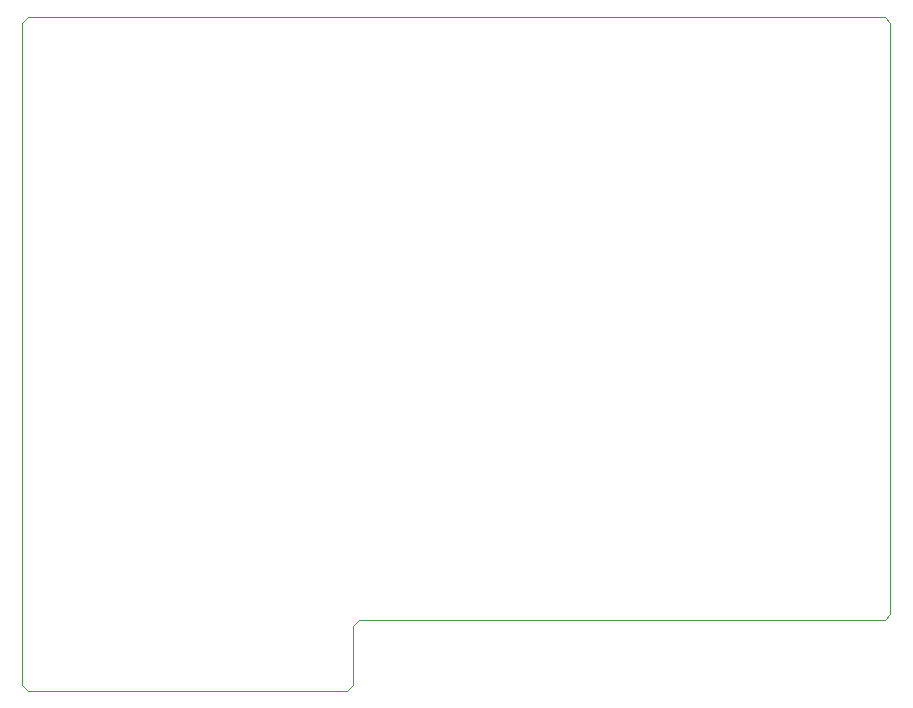
<source format=gm1>
G04 #@! TF.GenerationSoftware,KiCad,Pcbnew,(6.0.10-0)*
G04 #@! TF.CreationDate,2023-02-19T16:13:56+09:00*
G04 #@! TF.ProjectId,MEZ68030RAM,4d455a36-3830-4333-9052-414d2e6b6963,A*
G04 #@! TF.SameCoordinates,PX5f5e100PY8e18f40*
G04 #@! TF.FileFunction,Profile,NP*
%FSLAX46Y46*%
G04 Gerber Fmt 4.6, Leading zero omitted, Abs format (unit mm)*
G04 Created by KiCad (PCBNEW (6.0.10-0)) date 2023-02-19 16:13:56*
%MOMM*%
%LPD*%
G01*
G04 APERTURE LIST*
G04 #@! TA.AperFunction,Profile*
%ADD10C,0.100000*%
G04 #@! TD*
G04 APERTURE END LIST*
D10*
X73500000Y56500000D02*
X73500000Y6500000D01*
X73000000Y6000000D01*
X28500000Y6000000D01*
X28000000Y5500000D01*
X28000000Y500000D01*
X27500000Y0D01*
X500000Y0D01*
X0Y500000D01*
X0Y56500000D01*
X500000Y57000000D01*
X73000000Y57000000D01*
X73500000Y56500000D01*
M02*

</source>
